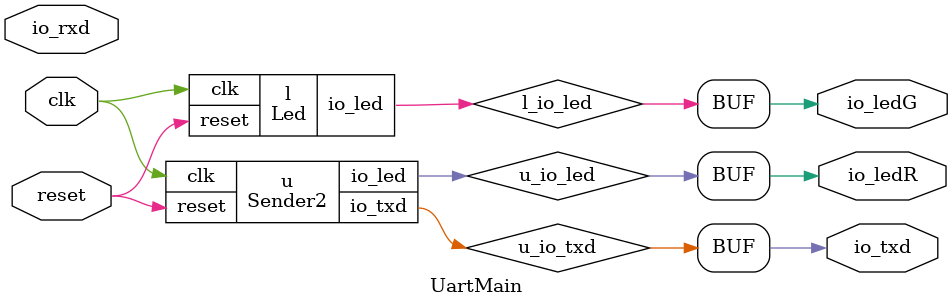
<source format=v>
module Tx(input clk, input reset,
    output io_txd,
    input [7:0] io_channel_data,
    output io_channel_ready,
    input  io_channel_valid
);

  reg [11:0] shiftReg;
  wire[11:0] T44;
  wire[11:0] T0;
  wire[11:0] T1;
  wire[11:0] T2;
  wire[11:0] T3;
  wire[11:0] T4;
  wire[11:0] T45;
  wire[10:0] T5;
  wire[9:0] T6;
  wire[10:0] T7;
  wire T8;
  wire T9;
  reg [3:0] bitsReg;
  wire[3:0] T46;
  wire[3:0] T10;
  wire[3:0] T11;
  wire[3:0] T12;
  wire T13;
  reg [19:0] cntReg;
  wire[19:0] T47;
  wire[19:0] T14;
  wire[19:0] T15;
  wire[19:0] T16;
  wire T17;
  wire[11:0] T18;
  wire[11:0] T48;
  wire[1:0] T19;
  wire[1:0] T20;
  wire[1:0] T49;
  wire T21;
  wire T22;
  wire[9:0] T50;
  wire T51;
  wire[11:0] T23;
  wire[11:0] T52;
  wire[1:0] T24;
  wire[9:0] T53;
  wire T54;
  wire[11:0] T25;
  wire[11:0] T55;
  wire[8:0] T26;
  wire[7:0] T27;
  wire[11:0] T28;
  wire[11:0] T56;
  wire[9:0] T29;
  wire[9:0] T30;
  wire[1:0] T57;
  wire T58;
  wire[11:0] T31;
  wire[11:0] T32;
  wire[11:0] T33;
  wire[11:0] T34;
  wire T35;
  wire T36;
  wire T37;
  wire T38;
  wire T39;
  wire T40;
  wire T41;
  wire T42;
  wire T43;

`ifndef SYNTHESIS
// synthesis translate_off
  integer initvar;
  initial begin
    #0.002;
    shiftReg = {1{$random}};
    bitsReg = {1{$random}};
    cntReg = {1{$random}};
  end
// synthesis translate_on
`endif

  assign T44 = reset ? 12'h7ff : T0;
  assign T0 = T38 ? 12'h7ff : T1;
  assign T1 = T35 ? T31 : T2;
  assign T2 = T35 ? T25 : T3;
  assign T3 = T35 ? T18 : T4;
  assign T4 = T8 ? T45 : shiftReg;
  assign T45 = {1'h0, T5};
  assign T5 = {1'h1, T6};
  assign T6 = T7[9:0];
  assign T7 = shiftReg >> 1'h1;
  assign T8 = T13 & T9;
  assign T9 = bitsReg != 4'h0;
  assign T46 = reset ? 4'h0 : T10;
  assign T10 = T35 ? 4'hb : T11;
  assign T11 = T8 ? T12 : bitsReg;
  assign T12 = bitsReg - 4'h1;
  assign T13 = cntReg == 20'h0;
  assign T47 = reset ? 20'h0 : T14;
  assign T14 = T17 ? T16 : T15;
  assign T15 = T13 ? 20'h1b1 : cntReg;
  assign T16 = cntReg - 20'h1;
  assign T17 = T13 ^ 1'h1;
  assign T18 = T23 | T48;
  assign T48 = {T50, T19};
  assign T19 = T49 & T20;
  assign T20 = 2'h1;
  assign T49 = T21 ? 2'h3 : 2'h0;
  assign T21 = T22;
  assign T22 = 1'h0;
  assign T50 = T51 ? 10'h3ff : 10'h0;
  assign T51 = T19[1];
  assign T23 = T4 & T52;
  assign T52 = {T53, T24};
  assign T24 = ~ T20;
  assign T53 = T54 ? 10'h3ff : 10'h0;
  assign T54 = T24[1];
  assign T25 = T28 | T55;
  assign T55 = {3'h0, T26};
  assign T26 = T27 << 1'h1;
  assign T27 = io_channel_data & 8'hff;
  assign T28 = T3 & T56;
  assign T56 = {T57, T29};
  assign T29 = ~ T30;
  assign T30 = 10'h1fe;
  assign T57 = T58 ? 2'h3 : 2'h0;
  assign T58 = T29[9];
  assign T31 = T32 | 12'h600;
  assign T32 = T2 & T33;
  assign T33 = ~ T34;
  assign T34 = 12'h600;
  assign T35 = T36 & io_channel_valid;
  assign T36 = T13 & T37;
  assign T37 = T9 ^ 1'h1;
  assign T38 = T36 & T39;
  assign T39 = io_channel_valid ^ 1'h1;
  assign io_channel_ready = T40;
  assign T40 = T42 & T41;
  assign T41 = bitsReg == 4'h0;
  assign T42 = cntReg == 20'h0;
  assign io_txd = T43;
  assign T43 = shiftReg[0];

  always @(posedge clk) begin
    if(reset) begin
      shiftReg <= 12'h7ff;
    end else if(T38) begin
      shiftReg <= 12'h7ff;
    end else if(T35) begin
      shiftReg <= T31;
    end else if(T35) begin
      shiftReg <= T25;
    end else if(T35) begin
      shiftReg <= T18;
    end else if(T8) begin
      shiftReg <= T45;
    end
    if(reset) begin
      bitsReg <= 4'h0;
    end else if(T35) begin
      bitsReg <= 4'hb;
    end else if(T8) begin
      bitsReg <= T12;
    end
    if(reset) begin
      cntReg <= 20'h0;
    end else if(T17) begin
      cntReg <= T16;
    end else if(T13) begin
      cntReg <= 20'h1b1;
    end
  end
endmodule

module Buffer(input clk, input reset,
    input [7:0] io_in_data,
    output io_in_ready,
    input  io_in_valid,
    output[7:0] io_out_data,
    input  io_out_ready,
    output io_out_valid
);

  wire T0;
  reg  stateReg;
  wire T9;
  wire T1;
  wire T2;
  wire T3;
  wire T4;
  wire T5;
  wire T6;
  reg [7:0] dataReg;
  wire[7:0] T10;
  wire[7:0] T7;
  wire T8;

`ifndef SYNTHESIS
// synthesis translate_off
  integer initvar;
  initial begin
    #0.002;
    stateReg = {1{$random}};
    dataReg = {1{$random}};
  end
// synthesis translate_on
`endif

  assign io_out_valid = T0;
  assign T0 = stateReg == 1'h1;
  assign T9 = reset ? 1'h0 : T1;
  assign T1 = T5 ? 1'h0 : T2;
  assign T2 = T3 ? 1'h1 : stateReg;
  assign T3 = T4 & io_in_valid;
  assign T4 = stateReg == 1'h0;
  assign T5 = T6 & io_out_ready;
  assign T6 = T4 ^ 1'h1;
  assign io_out_data = dataReg;
  assign T10 = reset ? 8'h0 : T7;
  assign T7 = T3 ? io_in_data : dataReg;
  assign io_in_ready = T8;
  assign T8 = stateReg == 1'h0;

  always @(posedge clk) begin
    if(reset) begin
      stateReg <= 1'h0;
    end else if(T5) begin
      stateReg <= 1'h0;
    end else if(T3) begin
      stateReg <= 1'h1;
    end
    if(reset) begin
      dataReg <= 8'h0;
    end else if(T3) begin
      dataReg <= io_in_data;
    end
  end
endmodule

module BufferedTx(input clk, input reset,
    output io_txd,
    input [7:0] io_channel_data,
    output io_channel_ready,
    input  io_channel_valid
);

  wire tx_io_txd;
  wire tx_io_channel_ready;
  wire buf__io_in_ready;
  wire[7:0] buf__io_out_data;
  wire buf__io_out_valid;


  assign io_channel_ready = buf__io_in_ready;
  assign io_txd = tx_io_txd;
  Tx tx(.clk(clk), .reset(reset),
       .io_txd( tx_io_txd ),
       .io_channel_data( buf__io_out_data ),
       .io_channel_ready( tx_io_channel_ready ),
       .io_channel_valid( buf__io_out_valid )
  );
  Buffer buf_(.clk(clk), .reset(reset),
       .io_in_data( io_channel_data ),
       .io_in_ready( buf__io_in_ready ),
       .io_in_valid( io_channel_valid ),
       .io_out_data( buf__io_out_data ),
       .io_out_ready( tx_io_channel_ready ),
       .io_out_valid( buf__io_out_valid )
  );
endmodule

module Sender2(input clk, input reset,
    output io_txd,
    output io_led
);

  wire T0;
  reg  validReg;
  wire T14;
  wire T1;
  wire T2;
  wire T3;
  wire T4;
  reg [3:0] cntReg;
  wire[3:0] T15;
  wire[3:0] T5;
  wire[3:0] T6;
  wire[3:0] T7;
  wire T8;
  wire T9;
  wire T10;
  wire T11;
  wire[7:0] T16;
  reg [5:0] T12;
  reg  blkReg;
  wire T17;
  wire tx_io_txd;
  wire tx_io_channel_ready;

`ifndef SYNTHESIS
// synthesis translate_off
  integer initvar;
  initial begin
    #0.002;
    validReg = {1{$random}};
    cntReg = {1{$random}};
    blkReg = {1{$random}};
  end
// synthesis translate_on
`endif

  assign T0 = validReg != 1'h1;
  assign T14 = reset ? 1'h0 : T1;
  assign T1 = T8 ? 1'h1 : T2;
  assign T2 = T3 ? 1'h0 : validReg;
  assign T3 = tx_io_channel_ready & T4;
  assign T4 = cntReg != 4'h0;
  assign T15 = reset ? 4'ha : T5;
  assign T5 = T8 ? 4'ha : T6;
  assign T6 = T3 ? T7 : cntReg;
  assign T7 = cntReg - 4'h1;
  assign T8 = T11 & T9;
  assign T9 = tx_io_channel_ready & T10;
  assign T10 = cntReg == 4'h0;
  assign T11 = T3 ^ 1'h1;
  assign T16 = {2'h0, T12};
  always @(*) case (cntReg)
    0: T12 = 6'h39;
    1: T12 = 6'h38;
    2: T12 = 6'h37;
    3: T12 = 6'h36;
    4: T12 = 6'h35;
    5: T12 = 6'h34;
    6: T12 = 6'h33;
    7: T12 = 6'h32;
    8: T12 = 6'h31;
    9: T12 = 6'h30;
    default: begin
      T12 = 6'bx;
`ifndef SYNTHESIS
// synthesis translate_off
      T12 = {1{$random}};
// synthesis translate_on
`endif
    end
  endcase
  assign io_led = blkReg;
  assign T17 = reset ? 1'h0 : blkReg;
  assign io_txd = tx_io_txd;
  BufferedTx tx(.clk(clk), .reset(reset),
       .io_txd( tx_io_txd ),
       .io_channel_data( T16 ),
       .io_channel_ready( tx_io_channel_ready ),
       .io_channel_valid( T0 )
  );

  always @(posedge clk) begin
    if(reset) begin
      validReg <= 1'h0;
    end else if(T8) begin
      validReg <= 1'h1;
    end else if(T3) begin
      validReg <= 1'h0;
    end
    if(reset) begin
      cntReg <= 4'ha;
    end else if(T8) begin
      cntReg <= 4'ha;
    end else if(T3) begin
      cntReg <= T7;
    end
    if(reset) begin
      blkReg <= 1'h0;
    end
  end
endmodule

module Led(input clk, input reset,
    output io_led
);

  reg  blkReg;
  wire T5;
  wire T0;
  wire T1;
  wire T2;
  reg [31:0] cntReg;
  wire[31:0] T6;
  wire[31:0] T3;
  wire[31:0] T4;

`ifndef SYNTHESIS
// synthesis translate_off
  integer initvar;
  initial begin
    #0.002;
    blkReg = {1{$random}};
    cntReg = {1{$random}};
  end
// synthesis translate_on
`endif

  assign io_led = blkReg;
  assign T5 = reset ? 1'h0 : T0;
  assign T0 = T2 ? T1 : blkReg;
  assign T1 = ~ blkReg;
  assign T2 = cntReg == 32'h17d783f;
  assign T6 = reset ? 32'h0 : T3;
  assign T3 = T2 ? 32'h0 : T4;
  assign T4 = cntReg + 32'h1;

  always @(posedge clk) begin
    if(reset) begin
      blkReg <= 1'h0;
    end else if(T2) begin
      blkReg <= T1;
    end
    if(reset) begin
      cntReg <= 32'h0;
    end else if(T2) begin
      cntReg <= 32'h0;
    end else begin
      cntReg <= T4;
    end
  end
endmodule

module UartMain(input clk, input reset,
    input  io_rxd,
    output io_txd,
    output io_ledG,
    output io_ledR
);

  wire l_io_led;
  wire u_io_txd;
  wire u_io_led;


  assign io_ledR = u_io_led;
  assign io_ledG = l_io_led;
  assign io_txd = u_io_txd;
  Sender2 u(.clk(clk), .reset(reset),
       .io_txd( u_io_txd ),
       .io_led( u_io_led )
  );
  Led l(.clk(clk), .reset(reset),
       .io_led( l_io_led )
  );
endmodule


</source>
